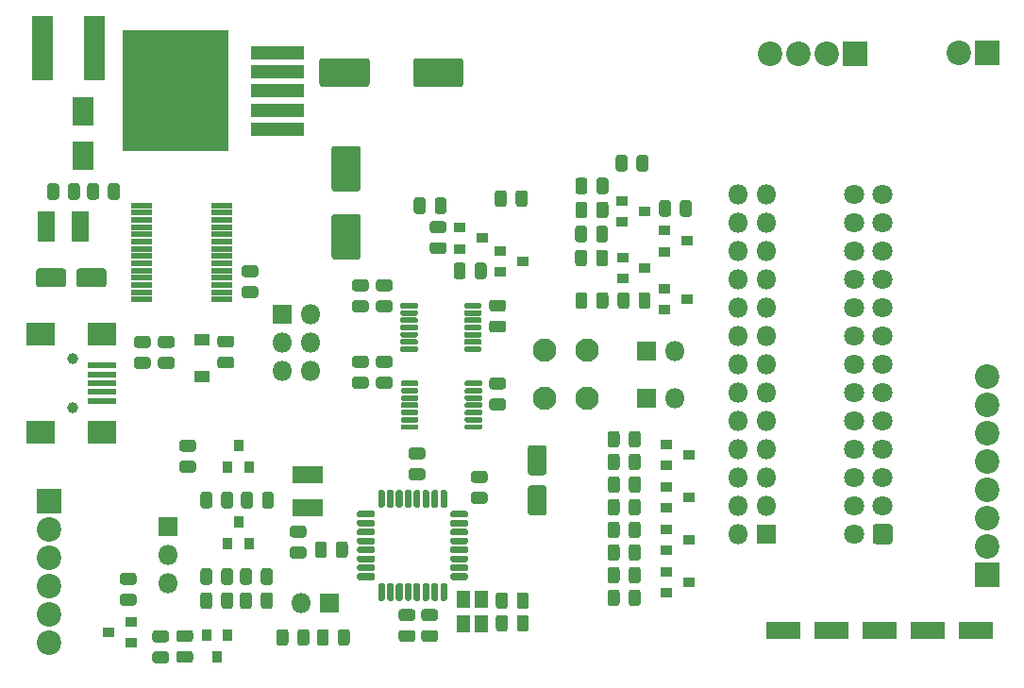
<source format=gbr>
%TF.GenerationSoftware,KiCad,Pcbnew,(5.1.6)-1*%
%TF.CreationDate,2021-03-15T19:33:02-07:00*%
%TF.ProjectId,DJetECUTester,444a6574-4543-4555-9465-737465722e6b,rev?*%
%TF.SameCoordinates,Original*%
%TF.FileFunction,Soldermask,Top*%
%TF.FilePolarity,Negative*%
%FSLAX46Y46*%
G04 Gerber Fmt 4.6, Leading zero omitted, Abs format (unit mm)*
G04 Created by KiCad (PCBNEW (5.1.6)-1) date 2021-03-15 19:33:02*
%MOMM*%
%LPD*%
G01*
G04 APERTURE LIST*
%ADD10C,1.800000*%
%ADD11R,3.100000X1.600000*%
%ADD12C,2.200000*%
%ADD13R,2.200000X2.200000*%
%ADD14R,1.300000X1.500000*%
%ADD15R,0.900000X1.000000*%
%ADD16R,1.000000X0.900000*%
%ADD17C,2.100000*%
%ADD18R,2.700000X1.600000*%
%ADD19R,1.900000X2.600000*%
%ADD20R,1.600000X2.700000*%
%ADD21R,1.320000X1.010000*%
%ADD22R,1.800000X1.800000*%
%ADD23O,1.800000X1.800000*%
%ADD24R,2.600000X2.100000*%
%ADD25R,2.600000X0.600000*%
%ADD26C,1.000000*%
%ADD27R,1.900000X5.800000*%
%ADD28R,4.700000X1.200000*%
%ADD29R,9.500000X10.900000*%
%ADD30R,1.850000X0.550000*%
G04 APERTURE END LIST*
%TO.C,J2*%
G36*
G01*
X254011000Y-113410706D02*
X254011000Y-114681294D01*
G75*
G02*
X253746294Y-114946000I-264706J0D01*
G01*
X252475706Y-114946000D01*
G75*
G02*
X252211000Y-114681294I0J264706D01*
G01*
X252211000Y-113410706D01*
G75*
G02*
X252475706Y-113146000I264706J0D01*
G01*
X253746294Y-113146000D01*
G75*
G02*
X254011000Y-113410706I0J-264706D01*
G01*
G37*
D10*
X253111000Y-111506000D03*
X253111000Y-108966000D03*
X253111000Y-106426000D03*
X253111000Y-103886000D03*
X253111000Y-101346000D03*
X253111000Y-98806000D03*
X253111000Y-96266000D03*
X253111000Y-93726000D03*
X253111000Y-91186000D03*
X253111000Y-88646000D03*
X253111000Y-86106000D03*
X253111000Y-83566000D03*
X250571000Y-114046000D03*
X250571000Y-111506000D03*
X250571000Y-108966000D03*
X250571000Y-106426000D03*
X250571000Y-103886000D03*
X250571000Y-101346000D03*
X250571000Y-98806000D03*
X250571000Y-96266000D03*
X250571000Y-93726000D03*
X250571000Y-91186000D03*
X250571000Y-88646000D03*
X250571000Y-86106000D03*
X250571000Y-83566000D03*
%TD*%
D11*
%TO.C,TP8*%
X257175000Y-122682000D03*
%TD*%
D12*
%TO.C,J6*%
X243045000Y-70993000D03*
X245585000Y-70993000D03*
X248125000Y-70993000D03*
D13*
X250665000Y-70993000D03*
%TD*%
D12*
%TO.C,J8*%
X262500000Y-99949000D03*
X262500000Y-102489000D03*
X262500000Y-105029000D03*
X262500000Y-107569000D03*
X262500000Y-110109000D03*
X262500000Y-112649000D03*
X262500000Y-115189000D03*
D13*
X262500000Y-117729000D03*
%TD*%
D14*
%TO.C,Y1*%
X217119000Y-119888000D03*
X217119000Y-122088000D03*
X215519000Y-119888000D03*
X215519000Y-122088000D03*
%TD*%
%TO.C,R37*%
G36*
G01*
X190272750Y-107461000D02*
X191235250Y-107461000D01*
G75*
G02*
X191504000Y-107729750I0J-268750D01*
G01*
X191504000Y-108267250D01*
G75*
G02*
X191235250Y-108536000I-268750J0D01*
G01*
X190272750Y-108536000D01*
G75*
G02*
X190004000Y-108267250I0J268750D01*
G01*
X190004000Y-107729750D01*
G75*
G02*
X190272750Y-107461000I268750J0D01*
G01*
G37*
G36*
G01*
X190272750Y-105586000D02*
X191235250Y-105586000D01*
G75*
G02*
X191504000Y-105854750I0J-268750D01*
G01*
X191504000Y-106392250D01*
G75*
G02*
X191235250Y-106661000I-268750J0D01*
G01*
X190272750Y-106661000D01*
G75*
G02*
X190004000Y-106392250I0J268750D01*
G01*
X190004000Y-105854750D01*
G75*
G02*
X190272750Y-105586000I268750J0D01*
G01*
G37*
%TD*%
%TO.C,R36*%
G36*
G01*
X185901250Y-118599000D02*
X184938750Y-118599000D01*
G75*
G02*
X184670000Y-118330250I0J268750D01*
G01*
X184670000Y-117792750D01*
G75*
G02*
X184938750Y-117524000I268750J0D01*
G01*
X185901250Y-117524000D01*
G75*
G02*
X186170000Y-117792750I0J-268750D01*
G01*
X186170000Y-118330250D01*
G75*
G02*
X185901250Y-118599000I-268750J0D01*
G01*
G37*
G36*
G01*
X185901250Y-120474000D02*
X184938750Y-120474000D01*
G75*
G02*
X184670000Y-120205250I0J268750D01*
G01*
X184670000Y-119667750D01*
G75*
G02*
X184938750Y-119399000I268750J0D01*
G01*
X185901250Y-119399000D01*
G75*
G02*
X186170000Y-119667750I0J-268750D01*
G01*
X186170000Y-120205250D01*
G75*
G02*
X185901250Y-120474000I-268750J0D01*
G01*
G37*
%TD*%
%TO.C,R32*%
G36*
G01*
X193772500Y-111479250D02*
X193772500Y-110516750D01*
G75*
G02*
X194041250Y-110248000I268750J0D01*
G01*
X194578750Y-110248000D01*
G75*
G02*
X194847500Y-110516750I0J-268750D01*
G01*
X194847500Y-111479250D01*
G75*
G02*
X194578750Y-111748000I-268750J0D01*
G01*
X194041250Y-111748000D01*
G75*
G02*
X193772500Y-111479250I0J268750D01*
G01*
G37*
G36*
G01*
X191897500Y-111479250D02*
X191897500Y-110516750D01*
G75*
G02*
X192166250Y-110248000I268750J0D01*
G01*
X192703750Y-110248000D01*
G75*
G02*
X192972500Y-110516750I0J-268750D01*
G01*
X192972500Y-111479250D01*
G75*
G02*
X192703750Y-111748000I-268750J0D01*
G01*
X192166250Y-111748000D01*
G75*
G02*
X191897500Y-111479250I0J268750D01*
G01*
G37*
%TD*%
%TO.C,R31*%
G36*
G01*
X187859750Y-124557500D02*
X188822250Y-124557500D01*
G75*
G02*
X189091000Y-124826250I0J-268750D01*
G01*
X189091000Y-125363750D01*
G75*
G02*
X188822250Y-125632500I-268750J0D01*
G01*
X187859750Y-125632500D01*
G75*
G02*
X187591000Y-125363750I0J268750D01*
G01*
X187591000Y-124826250D01*
G75*
G02*
X187859750Y-124557500I268750J0D01*
G01*
G37*
G36*
G01*
X187859750Y-122682500D02*
X188822250Y-122682500D01*
G75*
G02*
X189091000Y-122951250I0J-268750D01*
G01*
X189091000Y-123488750D01*
G75*
G02*
X188822250Y-123757500I-268750J0D01*
G01*
X187859750Y-123757500D01*
G75*
G02*
X187591000Y-123488750I0J268750D01*
G01*
X187591000Y-122951250D01*
G75*
G02*
X187859750Y-122682500I268750J0D01*
G01*
G37*
%TD*%
%TO.C,R30*%
G36*
G01*
X196625500Y-110516750D02*
X196625500Y-111479250D01*
G75*
G02*
X196356750Y-111748000I-268750J0D01*
G01*
X195819250Y-111748000D01*
G75*
G02*
X195550500Y-111479250I0J268750D01*
G01*
X195550500Y-110516750D01*
G75*
G02*
X195819250Y-110248000I268750J0D01*
G01*
X196356750Y-110248000D01*
G75*
G02*
X196625500Y-110516750I0J-268750D01*
G01*
G37*
G36*
G01*
X198500500Y-110516750D02*
X198500500Y-111479250D01*
G75*
G02*
X198231750Y-111748000I-268750J0D01*
G01*
X197694250Y-111748000D01*
G75*
G02*
X197425500Y-111479250I0J268750D01*
G01*
X197425500Y-110516750D01*
G75*
G02*
X197694250Y-110248000I268750J0D01*
G01*
X198231750Y-110248000D01*
G75*
G02*
X198500500Y-110516750I0J-268750D01*
G01*
G37*
%TD*%
%TO.C,R29*%
G36*
G01*
X190018750Y-124527500D02*
X190981250Y-124527500D01*
G75*
G02*
X191250000Y-124796250I0J-268750D01*
G01*
X191250000Y-125333750D01*
G75*
G02*
X190981250Y-125602500I-268750J0D01*
G01*
X190018750Y-125602500D01*
G75*
G02*
X189750000Y-125333750I0J268750D01*
G01*
X189750000Y-124796250D01*
G75*
G02*
X190018750Y-124527500I268750J0D01*
G01*
G37*
G36*
G01*
X190018750Y-122652500D02*
X190981250Y-122652500D01*
G75*
G02*
X191250000Y-122921250I0J-268750D01*
G01*
X191250000Y-123458750D01*
G75*
G02*
X190981250Y-123727500I-268750J0D01*
G01*
X190018750Y-123727500D01*
G75*
G02*
X189750000Y-123458750I0J268750D01*
G01*
X189750000Y-122921250D01*
G75*
G02*
X190018750Y-122652500I268750J0D01*
G01*
G37*
%TD*%
D15*
%TO.C,Q14*%
X195326000Y-106061000D03*
X196276000Y-108061000D03*
X194376000Y-108061000D03*
%TD*%
D16*
%TO.C,Q13*%
X183674000Y-122870000D03*
X185674000Y-121920000D03*
X185674000Y-123820000D03*
%TD*%
D13*
%TO.C,J7*%
X178308000Y-111125000D03*
D12*
X178308000Y-113665000D03*
X178308000Y-116205000D03*
X178308000Y-118745000D03*
X178308000Y-121285000D03*
X178308000Y-123825000D03*
%TD*%
D17*
%TO.C,TP4*%
X222758000Y-97536000D03*
%TD*%
%TO.C,TP3*%
X226568000Y-97536000D03*
%TD*%
%TO.C,TP2*%
X222758000Y-101854000D03*
%TD*%
%TO.C,TP1*%
X226568000Y-101854000D03*
%TD*%
%TO.C,C1*%
G36*
G01*
X222707375Y-108770000D02*
X221538625Y-108770000D01*
G75*
G02*
X221273000Y-108504375I0J265625D01*
G01*
X221273000Y-106335625D01*
G75*
G02*
X221538625Y-106070000I265625J0D01*
G01*
X222707375Y-106070000D01*
G75*
G02*
X222973000Y-106335625I0J-265625D01*
G01*
X222973000Y-108504375D01*
G75*
G02*
X222707375Y-108770000I-265625J0D01*
G01*
G37*
G36*
G01*
X222707375Y-112370000D02*
X221538625Y-112370000D01*
G75*
G02*
X221273000Y-112104375I0J265625D01*
G01*
X221273000Y-109935625D01*
G75*
G02*
X221538625Y-109670000I265625J0D01*
G01*
X222707375Y-109670000D01*
G75*
G02*
X222973000Y-109935625I0J-265625D01*
G01*
X222973000Y-112104375D01*
G75*
G02*
X222707375Y-112370000I-265625J0D01*
G01*
G37*
%TD*%
%TO.C,C2*%
G36*
G01*
X211809250Y-109219500D02*
X210846750Y-109219500D01*
G75*
G02*
X210578000Y-108950750I0J268750D01*
G01*
X210578000Y-108413250D01*
G75*
G02*
X210846750Y-108144500I268750J0D01*
G01*
X211809250Y-108144500D01*
G75*
G02*
X212078000Y-108413250I0J-268750D01*
G01*
X212078000Y-108950750D01*
G75*
G02*
X211809250Y-109219500I-268750J0D01*
G01*
G37*
G36*
G01*
X211809250Y-107344500D02*
X210846750Y-107344500D01*
G75*
G02*
X210578000Y-107075750I0J268750D01*
G01*
X210578000Y-106538250D01*
G75*
G02*
X210846750Y-106269500I268750J0D01*
G01*
X211809250Y-106269500D01*
G75*
G02*
X212078000Y-106538250I0J-268750D01*
G01*
X212078000Y-107075750D01*
G75*
G02*
X211809250Y-107344500I-268750J0D01*
G01*
G37*
%TD*%
%TO.C,C3*%
G36*
G01*
X211989750Y-122652500D02*
X212952250Y-122652500D01*
G75*
G02*
X213221000Y-122921250I0J-268750D01*
G01*
X213221000Y-123458750D01*
G75*
G02*
X212952250Y-123727500I-268750J0D01*
G01*
X211989750Y-123727500D01*
G75*
G02*
X211721000Y-123458750I0J268750D01*
G01*
X211721000Y-122921250D01*
G75*
G02*
X211989750Y-122652500I268750J0D01*
G01*
G37*
G36*
G01*
X211989750Y-120777500D02*
X212952250Y-120777500D01*
G75*
G02*
X213221000Y-121046250I0J-268750D01*
G01*
X213221000Y-121583750D01*
G75*
G02*
X212952250Y-121852500I-268750J0D01*
G01*
X211989750Y-121852500D01*
G75*
G02*
X211721000Y-121583750I0J268750D01*
G01*
X211721000Y-121046250D01*
G75*
G02*
X211989750Y-120777500I268750J0D01*
G01*
G37*
%TD*%
%TO.C,C4*%
G36*
G01*
X218410500Y-120496250D02*
X218410500Y-119533750D01*
G75*
G02*
X218679250Y-119265000I268750J0D01*
G01*
X219216750Y-119265000D01*
G75*
G02*
X219485500Y-119533750I0J-268750D01*
G01*
X219485500Y-120496250D01*
G75*
G02*
X219216750Y-120765000I-268750J0D01*
G01*
X218679250Y-120765000D01*
G75*
G02*
X218410500Y-120496250I0J268750D01*
G01*
G37*
G36*
G01*
X220285500Y-120496250D02*
X220285500Y-119533750D01*
G75*
G02*
X220554250Y-119265000I268750J0D01*
G01*
X221091750Y-119265000D01*
G75*
G02*
X221360500Y-119533750I0J-268750D01*
G01*
X221360500Y-120496250D01*
G75*
G02*
X221091750Y-120765000I-268750J0D01*
G01*
X220554250Y-120765000D01*
G75*
G02*
X220285500Y-120496250I0J268750D01*
G01*
G37*
%TD*%
%TO.C,C5*%
G36*
G01*
X221360500Y-121565750D02*
X221360500Y-122528250D01*
G75*
G02*
X221091750Y-122797000I-268750J0D01*
G01*
X220554250Y-122797000D01*
G75*
G02*
X220285500Y-122528250I0J268750D01*
G01*
X220285500Y-121565750D01*
G75*
G02*
X220554250Y-121297000I268750J0D01*
G01*
X221091750Y-121297000D01*
G75*
G02*
X221360500Y-121565750I0J-268750D01*
G01*
G37*
G36*
G01*
X219485500Y-121565750D02*
X219485500Y-122528250D01*
G75*
G02*
X219216750Y-122797000I-268750J0D01*
G01*
X218679250Y-122797000D01*
G75*
G02*
X218410500Y-122528250I0J268750D01*
G01*
X218410500Y-121565750D01*
G75*
G02*
X218679250Y-121297000I268750J0D01*
G01*
X219216750Y-121297000D01*
G75*
G02*
X219485500Y-121565750I0J-268750D01*
G01*
G37*
%TD*%
%TO.C,C6*%
G36*
G01*
X209957750Y-122652500D02*
X210920250Y-122652500D01*
G75*
G02*
X211189000Y-122921250I0J-268750D01*
G01*
X211189000Y-123458750D01*
G75*
G02*
X210920250Y-123727500I-268750J0D01*
G01*
X209957750Y-123727500D01*
G75*
G02*
X209689000Y-123458750I0J268750D01*
G01*
X209689000Y-122921250D01*
G75*
G02*
X209957750Y-122652500I268750J0D01*
G01*
G37*
G36*
G01*
X209957750Y-120777500D02*
X210920250Y-120777500D01*
G75*
G02*
X211189000Y-121046250I0J-268750D01*
G01*
X211189000Y-121583750D01*
G75*
G02*
X210920250Y-121852500I-268750J0D01*
G01*
X209957750Y-121852500D01*
G75*
G02*
X209689000Y-121583750I0J268750D01*
G01*
X209689000Y-121046250D01*
G75*
G02*
X209957750Y-120777500I268750J0D01*
G01*
G37*
%TD*%
%TO.C,C7*%
G36*
G01*
X194664250Y-97311500D02*
X193701750Y-97311500D01*
G75*
G02*
X193433000Y-97042750I0J268750D01*
G01*
X193433000Y-96505250D01*
G75*
G02*
X193701750Y-96236500I268750J0D01*
G01*
X194664250Y-96236500D01*
G75*
G02*
X194933000Y-96505250I0J-268750D01*
G01*
X194933000Y-97042750D01*
G75*
G02*
X194664250Y-97311500I-268750J0D01*
G01*
G37*
G36*
G01*
X194664250Y-99186500D02*
X193701750Y-99186500D01*
G75*
G02*
X193433000Y-98917750I0J268750D01*
G01*
X193433000Y-98380250D01*
G75*
G02*
X193701750Y-98111500I268750J0D01*
G01*
X194664250Y-98111500D01*
G75*
G02*
X194933000Y-98380250I0J-268750D01*
G01*
X194933000Y-98917750D01*
G75*
G02*
X194664250Y-99186500I-268750J0D01*
G01*
G37*
%TD*%
%TO.C,C8*%
G36*
G01*
X215483000Y-71604000D02*
X215483000Y-73684000D01*
G75*
G02*
X215223000Y-73944000I-260000J0D01*
G01*
X211243000Y-73944000D01*
G75*
G02*
X210983000Y-73684000I0J260000D01*
G01*
X210983000Y-71604000D01*
G75*
G02*
X211243000Y-71344000I260000J0D01*
G01*
X215223000Y-71344000D01*
G75*
G02*
X215483000Y-71604000I0J-260000D01*
G01*
G37*
G36*
G01*
X207083000Y-71604000D02*
X207083000Y-73684000D01*
G75*
G02*
X206823000Y-73944000I-260000J0D01*
G01*
X202843000Y-73944000D01*
G75*
G02*
X202583000Y-73684000I0J260000D01*
G01*
X202583000Y-71604000D01*
G75*
G02*
X202843000Y-71344000I260000J0D01*
G01*
X206823000Y-71344000D01*
G75*
G02*
X207083000Y-71604000I0J-260000D01*
G01*
G37*
%TD*%
%TO.C,C9*%
G36*
G01*
X184687500Y-82830750D02*
X184687500Y-83793250D01*
G75*
G02*
X184418750Y-84062000I-268750J0D01*
G01*
X183881250Y-84062000D01*
G75*
G02*
X183612500Y-83793250I0J268750D01*
G01*
X183612500Y-82830750D01*
G75*
G02*
X183881250Y-82562000I268750J0D01*
G01*
X184418750Y-82562000D01*
G75*
G02*
X184687500Y-82830750I0J-268750D01*
G01*
G37*
G36*
G01*
X182812500Y-82830750D02*
X182812500Y-83793250D01*
G75*
G02*
X182543750Y-84062000I-268750J0D01*
G01*
X182006250Y-84062000D01*
G75*
G02*
X181737500Y-83793250I0J268750D01*
G01*
X181737500Y-82830750D01*
G75*
G02*
X182006250Y-82562000I268750J0D01*
G01*
X182543750Y-82562000D01*
G75*
G02*
X182812500Y-82830750I0J-268750D01*
G01*
G37*
%TD*%
%TO.C,C10*%
G36*
G01*
X203938000Y-79226000D02*
X206018000Y-79226000D01*
G75*
G02*
X206278000Y-79486000I0J-260000D01*
G01*
X206278000Y-83066000D01*
G75*
G02*
X206018000Y-83326000I-260000J0D01*
G01*
X203938000Y-83326000D01*
G75*
G02*
X203678000Y-83066000I0J260000D01*
G01*
X203678000Y-79486000D01*
G75*
G02*
X203938000Y-79226000I260000J0D01*
G01*
G37*
G36*
G01*
X203938000Y-85326000D02*
X206018000Y-85326000D01*
G75*
G02*
X206278000Y-85586000I0J-260000D01*
G01*
X206278000Y-89166000D01*
G75*
G02*
X206018000Y-89426000I-260000J0D01*
G01*
X203938000Y-89426000D01*
G75*
G02*
X203678000Y-89166000I0J260000D01*
G01*
X203678000Y-85586000D01*
G75*
G02*
X203938000Y-85326000I260000J0D01*
G01*
G37*
%TD*%
%TO.C,C11*%
G36*
G01*
X195860750Y-91791500D02*
X196823250Y-91791500D01*
G75*
G02*
X197092000Y-92060250I0J-268750D01*
G01*
X197092000Y-92597750D01*
G75*
G02*
X196823250Y-92866500I-268750J0D01*
G01*
X195860750Y-92866500D01*
G75*
G02*
X195592000Y-92597750I0J268750D01*
G01*
X195592000Y-92060250D01*
G75*
G02*
X195860750Y-91791500I268750J0D01*
G01*
G37*
G36*
G01*
X195860750Y-89916500D02*
X196823250Y-89916500D01*
G75*
G02*
X197092000Y-90185250I0J-268750D01*
G01*
X197092000Y-90722750D01*
G75*
G02*
X196823250Y-90991500I-268750J0D01*
G01*
X195860750Y-90991500D01*
G75*
G02*
X195592000Y-90722750I0J268750D01*
G01*
X195592000Y-90185250D01*
G75*
G02*
X195860750Y-89916500I268750J0D01*
G01*
G37*
%TD*%
%TO.C,C12*%
G36*
G01*
X183468000Y-90474625D02*
X183468000Y-91643375D01*
G75*
G02*
X183202375Y-91909000I-265625J0D01*
G01*
X181033625Y-91909000D01*
G75*
G02*
X180768000Y-91643375I0J265625D01*
G01*
X180768000Y-90474625D01*
G75*
G02*
X181033625Y-90209000I265625J0D01*
G01*
X183202375Y-90209000D01*
G75*
G02*
X183468000Y-90474625I0J-265625D01*
G01*
G37*
G36*
G01*
X179868000Y-90474625D02*
X179868000Y-91643375D01*
G75*
G02*
X179602375Y-91909000I-265625J0D01*
G01*
X177433625Y-91909000D01*
G75*
G02*
X177168000Y-91643375I0J265625D01*
G01*
X177168000Y-90474625D01*
G75*
G02*
X177433625Y-90209000I265625J0D01*
G01*
X179602375Y-90209000D01*
G75*
G02*
X179868000Y-90474625I0J-265625D01*
G01*
G37*
%TD*%
%TO.C,C13*%
G36*
G01*
X188367750Y-96266500D02*
X189330250Y-96266500D01*
G75*
G02*
X189599000Y-96535250I0J-268750D01*
G01*
X189599000Y-97072750D01*
G75*
G02*
X189330250Y-97341500I-268750J0D01*
G01*
X188367750Y-97341500D01*
G75*
G02*
X188099000Y-97072750I0J268750D01*
G01*
X188099000Y-96535250D01*
G75*
G02*
X188367750Y-96266500I268750J0D01*
G01*
G37*
G36*
G01*
X188367750Y-98141500D02*
X189330250Y-98141500D01*
G75*
G02*
X189599000Y-98410250I0J-268750D01*
G01*
X189599000Y-98947750D01*
G75*
G02*
X189330250Y-99216500I-268750J0D01*
G01*
X188367750Y-99216500D01*
G75*
G02*
X188099000Y-98947750I0J268750D01*
G01*
X188099000Y-98410250D01*
G75*
G02*
X188367750Y-98141500I268750J0D01*
G01*
G37*
%TD*%
D18*
%TO.C,D1*%
X201549000Y-111712000D03*
X201549000Y-108712000D03*
%TD*%
D19*
%TO.C,D2*%
X181356000Y-76105000D03*
X181356000Y-80105000D03*
%TD*%
D20*
%TO.C,D3*%
X181102000Y-86487000D03*
X178102000Y-86487000D03*
%TD*%
D21*
%TO.C,D4*%
X192024000Y-99917000D03*
X192024000Y-96647000D03*
%TD*%
%TO.C,FB1*%
G36*
G01*
X187171250Y-99216500D02*
X186208750Y-99216500D01*
G75*
G02*
X185940000Y-98947750I0J268750D01*
G01*
X185940000Y-98410250D01*
G75*
G02*
X186208750Y-98141500I268750J0D01*
G01*
X187171250Y-98141500D01*
G75*
G02*
X187440000Y-98410250I0J-268750D01*
G01*
X187440000Y-98947750D01*
G75*
G02*
X187171250Y-99216500I-268750J0D01*
G01*
G37*
G36*
G01*
X187171250Y-97341500D02*
X186208750Y-97341500D01*
G75*
G02*
X185940000Y-97072750I0J268750D01*
G01*
X185940000Y-96535250D01*
G75*
G02*
X186208750Y-96266500I268750J0D01*
G01*
X187171250Y-96266500D01*
G75*
G02*
X187440000Y-96535250I0J-268750D01*
G01*
X187440000Y-97072750D01*
G75*
G02*
X187171250Y-97341500I-268750J0D01*
G01*
G37*
%TD*%
D22*
%TO.C,J1*%
X199263000Y-94361000D03*
D23*
X201803000Y-94361000D03*
X199263000Y-96901000D03*
X201803000Y-96901000D03*
X199263000Y-99441000D03*
X201803000Y-99441000D03*
%TD*%
D24*
%TO.C,J3*%
X177546000Y-96102000D03*
X177546000Y-104902000D03*
X183046000Y-96102000D03*
X183046000Y-104902000D03*
D25*
X183046000Y-98902000D03*
X183046000Y-99702000D03*
X183046000Y-100502000D03*
X183046000Y-101302000D03*
X183046000Y-102102000D03*
D26*
X180446000Y-98302000D03*
X180446000Y-102702000D03*
%TD*%
D22*
%TO.C,J4*%
X242697000Y-114046000D03*
D23*
X240157000Y-114046000D03*
X242697000Y-111506000D03*
X240157000Y-111506000D03*
X242697000Y-108966000D03*
X240157000Y-108966000D03*
X242697000Y-106426000D03*
X240157000Y-106426000D03*
X242697000Y-103886000D03*
X240157000Y-103886000D03*
X242697000Y-101346000D03*
X240157000Y-101346000D03*
X242697000Y-98806000D03*
X240157000Y-98806000D03*
X242697000Y-96266000D03*
X240157000Y-96266000D03*
X242697000Y-93726000D03*
X240157000Y-93726000D03*
X242697000Y-91186000D03*
X240157000Y-91186000D03*
X242697000Y-88646000D03*
X240157000Y-88646000D03*
X242697000Y-86106000D03*
X240157000Y-86106000D03*
X242697000Y-83566000D03*
X240157000Y-83566000D03*
%TD*%
D13*
%TO.C,J5*%
X262509000Y-70866000D03*
D12*
X259969000Y-70866000D03*
%TD*%
D22*
%TO.C,JP1*%
X203454000Y-120269000D03*
D23*
X200914000Y-120269000D03*
%TD*%
D22*
%TO.C,JP2*%
X231902000Y-101854000D03*
D23*
X234442000Y-101854000D03*
%TD*%
%TO.C,JP3*%
X234442000Y-97663000D03*
D22*
X231902000Y-97663000D03*
%TD*%
%TO.C,JP4*%
X188976000Y-113411000D03*
D23*
X188976000Y-115951000D03*
X188976000Y-118491000D03*
%TD*%
D27*
%TO.C,L1*%
X182372000Y-70485000D03*
X177772000Y-70485000D03*
%TD*%
D16*
%TO.C,Q1*%
X233696000Y-109794000D03*
X233696000Y-111694000D03*
X235696000Y-110744000D03*
%TD*%
%TO.C,Q2*%
X233696000Y-117414000D03*
X233696000Y-119314000D03*
X235696000Y-118364000D03*
%TD*%
%TO.C,Q3*%
X233696000Y-113604000D03*
X233696000Y-115504000D03*
X235696000Y-114554000D03*
%TD*%
%TO.C,Q4*%
X235696000Y-106934000D03*
X233696000Y-107884000D03*
X233696000Y-105984000D03*
%TD*%
%TO.C,Q5*%
X233569000Y-86807000D03*
X233569000Y-88707000D03*
X235569000Y-87757000D03*
%TD*%
%TO.C,Q6*%
X231759000Y-85090000D03*
X229759000Y-86040000D03*
X229759000Y-84140000D03*
%TD*%
%TO.C,Q7*%
X229775000Y-89220000D03*
X229775000Y-91120000D03*
X231775000Y-90170000D03*
%TD*%
%TO.C,Q8*%
X233569000Y-92014000D03*
X233569000Y-93914000D03*
X235569000Y-92964000D03*
%TD*%
D15*
%TO.C,Q9*%
X193421000Y-125095000D03*
X192471000Y-123095000D03*
X194371000Y-123095000D03*
%TD*%
%TO.C,Q10*%
X195326000Y-112919000D03*
X196276000Y-114919000D03*
X194376000Y-114919000D03*
%TD*%
%TO.C,R1*%
G36*
G01*
X202184500Y-115924250D02*
X202184500Y-114961750D01*
G75*
G02*
X202453250Y-114693000I268750J0D01*
G01*
X202990750Y-114693000D01*
G75*
G02*
X203259500Y-114961750I0J-268750D01*
G01*
X203259500Y-115924250D01*
G75*
G02*
X202990750Y-116193000I-268750J0D01*
G01*
X202453250Y-116193000D01*
G75*
G02*
X202184500Y-115924250I0J268750D01*
G01*
G37*
G36*
G01*
X204059500Y-115924250D02*
X204059500Y-114961750D01*
G75*
G02*
X204328250Y-114693000I268750J0D01*
G01*
X204865750Y-114693000D01*
G75*
G02*
X205134500Y-114961750I0J-268750D01*
G01*
X205134500Y-115924250D01*
G75*
G02*
X204865750Y-116193000I-268750J0D01*
G01*
X204328250Y-116193000D01*
G75*
G02*
X204059500Y-115924250I0J268750D01*
G01*
G37*
%TD*%
%TO.C,R2*%
G36*
G01*
X216434750Y-110255000D02*
X217397250Y-110255000D01*
G75*
G02*
X217666000Y-110523750I0J-268750D01*
G01*
X217666000Y-111061250D01*
G75*
G02*
X217397250Y-111330000I-268750J0D01*
G01*
X216434750Y-111330000D01*
G75*
G02*
X216166000Y-111061250I0J268750D01*
G01*
X216166000Y-110523750D01*
G75*
G02*
X216434750Y-110255000I268750J0D01*
G01*
G37*
G36*
G01*
X216434750Y-108380000D02*
X217397250Y-108380000D01*
G75*
G02*
X217666000Y-108648750I0J-268750D01*
G01*
X217666000Y-109186250D01*
G75*
G02*
X217397250Y-109455000I-268750J0D01*
G01*
X216434750Y-109455000D01*
G75*
G02*
X216166000Y-109186250I0J268750D01*
G01*
X216166000Y-108648750D01*
G75*
G02*
X216434750Y-108380000I268750J0D01*
G01*
G37*
%TD*%
%TO.C,R3*%
G36*
G01*
X203435000Y-122835750D02*
X203435000Y-123798250D01*
G75*
G02*
X203166250Y-124067000I-268750J0D01*
G01*
X202628750Y-124067000D01*
G75*
G02*
X202360000Y-123798250I0J268750D01*
G01*
X202360000Y-122835750D01*
G75*
G02*
X202628750Y-122567000I268750J0D01*
G01*
X203166250Y-122567000D01*
G75*
G02*
X203435000Y-122835750I0J-268750D01*
G01*
G37*
G36*
G01*
X205310000Y-122835750D02*
X205310000Y-123798250D01*
G75*
G02*
X205041250Y-124067000I-268750J0D01*
G01*
X204503750Y-124067000D01*
G75*
G02*
X204235000Y-123798250I0J268750D01*
G01*
X204235000Y-122835750D01*
G75*
G02*
X204503750Y-122567000I268750J0D01*
G01*
X205041250Y-122567000D01*
G75*
G02*
X205310000Y-122835750I0J-268750D01*
G01*
G37*
%TD*%
%TO.C,R4*%
G36*
G01*
X201675500Y-122835750D02*
X201675500Y-123798250D01*
G75*
G02*
X201406750Y-124067000I-268750J0D01*
G01*
X200869250Y-124067000D01*
G75*
G02*
X200600500Y-123798250I0J268750D01*
G01*
X200600500Y-122835750D01*
G75*
G02*
X200869250Y-122567000I268750J0D01*
G01*
X201406750Y-122567000D01*
G75*
G02*
X201675500Y-122835750I0J-268750D01*
G01*
G37*
G36*
G01*
X199800500Y-122835750D02*
X199800500Y-123798250D01*
G75*
G02*
X199531750Y-124067000I-268750J0D01*
G01*
X198994250Y-124067000D01*
G75*
G02*
X198725500Y-123798250I0J268750D01*
G01*
X198725500Y-122835750D01*
G75*
G02*
X198994250Y-122567000I268750J0D01*
G01*
X199531750Y-122567000D01*
G75*
G02*
X199800500Y-122835750I0J-268750D01*
G01*
G37*
%TD*%
%TO.C,R5*%
G36*
G01*
X200178750Y-113284500D02*
X201141250Y-113284500D01*
G75*
G02*
X201410000Y-113553250I0J-268750D01*
G01*
X201410000Y-114090750D01*
G75*
G02*
X201141250Y-114359500I-268750J0D01*
G01*
X200178750Y-114359500D01*
G75*
G02*
X199910000Y-114090750I0J268750D01*
G01*
X199910000Y-113553250D01*
G75*
G02*
X200178750Y-113284500I268750J0D01*
G01*
G37*
G36*
G01*
X200178750Y-115159500D02*
X201141250Y-115159500D01*
G75*
G02*
X201410000Y-115428250I0J-268750D01*
G01*
X201410000Y-115965750D01*
G75*
G02*
X201141250Y-116234500I-268750J0D01*
G01*
X200178750Y-116234500D01*
G75*
G02*
X199910000Y-115965750I0J268750D01*
G01*
X199910000Y-115428250D01*
G75*
G02*
X200178750Y-115159500I268750J0D01*
G01*
G37*
%TD*%
%TO.C,R6*%
G36*
G01*
X179226500Y-82830750D02*
X179226500Y-83793250D01*
G75*
G02*
X178957750Y-84062000I-268750J0D01*
G01*
X178420250Y-84062000D01*
G75*
G02*
X178151500Y-83793250I0J268750D01*
G01*
X178151500Y-82830750D01*
G75*
G02*
X178420250Y-82562000I268750J0D01*
G01*
X178957750Y-82562000D01*
G75*
G02*
X179226500Y-82830750I0J-268750D01*
G01*
G37*
G36*
G01*
X181101500Y-82830750D02*
X181101500Y-83793250D01*
G75*
G02*
X180832750Y-84062000I-268750J0D01*
G01*
X180295250Y-84062000D01*
G75*
G02*
X180026500Y-83793250I0J268750D01*
G01*
X180026500Y-82830750D01*
G75*
G02*
X180295250Y-82562000I268750J0D01*
G01*
X180832750Y-82562000D01*
G75*
G02*
X181101500Y-82830750I0J-268750D01*
G01*
G37*
%TD*%
%TO.C,R7*%
G36*
G01*
X231423500Y-109119750D02*
X231423500Y-110082250D01*
G75*
G02*
X231154750Y-110351000I-268750J0D01*
G01*
X230617250Y-110351000D01*
G75*
G02*
X230348500Y-110082250I0J268750D01*
G01*
X230348500Y-109119750D01*
G75*
G02*
X230617250Y-108851000I268750J0D01*
G01*
X231154750Y-108851000D01*
G75*
G02*
X231423500Y-109119750I0J-268750D01*
G01*
G37*
G36*
G01*
X229548500Y-109119750D02*
X229548500Y-110082250D01*
G75*
G02*
X229279750Y-110351000I-268750J0D01*
G01*
X228742250Y-110351000D01*
G75*
G02*
X228473500Y-110082250I0J268750D01*
G01*
X228473500Y-109119750D01*
G75*
G02*
X228742250Y-108851000I268750J0D01*
G01*
X229279750Y-108851000D01*
G75*
G02*
X229548500Y-109119750I0J-268750D01*
G01*
G37*
%TD*%
%TO.C,R8*%
G36*
G01*
X231393500Y-117247750D02*
X231393500Y-118210250D01*
G75*
G02*
X231124750Y-118479000I-268750J0D01*
G01*
X230587250Y-118479000D01*
G75*
G02*
X230318500Y-118210250I0J268750D01*
G01*
X230318500Y-117247750D01*
G75*
G02*
X230587250Y-116979000I268750J0D01*
G01*
X231124750Y-116979000D01*
G75*
G02*
X231393500Y-117247750I0J-268750D01*
G01*
G37*
G36*
G01*
X229518500Y-117247750D02*
X229518500Y-118210250D01*
G75*
G02*
X229249750Y-118479000I-268750J0D01*
G01*
X228712250Y-118479000D01*
G75*
G02*
X228443500Y-118210250I0J268750D01*
G01*
X228443500Y-117247750D01*
G75*
G02*
X228712250Y-116979000I268750J0D01*
G01*
X229249750Y-116979000D01*
G75*
G02*
X229518500Y-117247750I0J-268750D01*
G01*
G37*
%TD*%
%TO.C,R9*%
G36*
G01*
X230318500Y-112114250D02*
X230318500Y-111151750D01*
G75*
G02*
X230587250Y-110883000I268750J0D01*
G01*
X231124750Y-110883000D01*
G75*
G02*
X231393500Y-111151750I0J-268750D01*
G01*
X231393500Y-112114250D01*
G75*
G02*
X231124750Y-112383000I-268750J0D01*
G01*
X230587250Y-112383000D01*
G75*
G02*
X230318500Y-112114250I0J268750D01*
G01*
G37*
G36*
G01*
X228443500Y-112114250D02*
X228443500Y-111151750D01*
G75*
G02*
X228712250Y-110883000I268750J0D01*
G01*
X229249750Y-110883000D01*
G75*
G02*
X229518500Y-111151750I0J-268750D01*
G01*
X229518500Y-112114250D01*
G75*
G02*
X229249750Y-112383000I-268750J0D01*
G01*
X228712250Y-112383000D01*
G75*
G02*
X228443500Y-112114250I0J268750D01*
G01*
G37*
%TD*%
%TO.C,R10*%
G36*
G01*
X231393500Y-119279750D02*
X231393500Y-120242250D01*
G75*
G02*
X231124750Y-120511000I-268750J0D01*
G01*
X230587250Y-120511000D01*
G75*
G02*
X230318500Y-120242250I0J268750D01*
G01*
X230318500Y-119279750D01*
G75*
G02*
X230587250Y-119011000I268750J0D01*
G01*
X231124750Y-119011000D01*
G75*
G02*
X231393500Y-119279750I0J-268750D01*
G01*
G37*
G36*
G01*
X229518500Y-119279750D02*
X229518500Y-120242250D01*
G75*
G02*
X229249750Y-120511000I-268750J0D01*
G01*
X228712250Y-120511000D01*
G75*
G02*
X228443500Y-120242250I0J268750D01*
G01*
X228443500Y-119279750D01*
G75*
G02*
X228712250Y-119011000I268750J0D01*
G01*
X229249750Y-119011000D01*
G75*
G02*
X229518500Y-119279750I0J-268750D01*
G01*
G37*
%TD*%
%TO.C,R11*%
G36*
G01*
X231393500Y-113183750D02*
X231393500Y-114146250D01*
G75*
G02*
X231124750Y-114415000I-268750J0D01*
G01*
X230587250Y-114415000D01*
G75*
G02*
X230318500Y-114146250I0J268750D01*
G01*
X230318500Y-113183750D01*
G75*
G02*
X230587250Y-112915000I268750J0D01*
G01*
X231124750Y-112915000D01*
G75*
G02*
X231393500Y-113183750I0J-268750D01*
G01*
G37*
G36*
G01*
X229518500Y-113183750D02*
X229518500Y-114146250D01*
G75*
G02*
X229249750Y-114415000I-268750J0D01*
G01*
X228712250Y-114415000D01*
G75*
G02*
X228443500Y-114146250I0J268750D01*
G01*
X228443500Y-113183750D01*
G75*
G02*
X228712250Y-112915000I268750J0D01*
G01*
X229249750Y-112915000D01*
G75*
G02*
X229518500Y-113183750I0J-268750D01*
G01*
G37*
%TD*%
%TO.C,R12*%
G36*
G01*
X231393500Y-105055750D02*
X231393500Y-106018250D01*
G75*
G02*
X231124750Y-106287000I-268750J0D01*
G01*
X230587250Y-106287000D01*
G75*
G02*
X230318500Y-106018250I0J268750D01*
G01*
X230318500Y-105055750D01*
G75*
G02*
X230587250Y-104787000I268750J0D01*
G01*
X231124750Y-104787000D01*
G75*
G02*
X231393500Y-105055750I0J-268750D01*
G01*
G37*
G36*
G01*
X229518500Y-105055750D02*
X229518500Y-106018250D01*
G75*
G02*
X229249750Y-106287000I-268750J0D01*
G01*
X228712250Y-106287000D01*
G75*
G02*
X228443500Y-106018250I0J268750D01*
G01*
X228443500Y-105055750D01*
G75*
G02*
X228712250Y-104787000I268750J0D01*
G01*
X229249750Y-104787000D01*
G75*
G02*
X229518500Y-105055750I0J-268750D01*
G01*
G37*
%TD*%
%TO.C,R13*%
G36*
G01*
X230318500Y-116178250D02*
X230318500Y-115215750D01*
G75*
G02*
X230587250Y-114947000I268750J0D01*
G01*
X231124750Y-114947000D01*
G75*
G02*
X231393500Y-115215750I0J-268750D01*
G01*
X231393500Y-116178250D01*
G75*
G02*
X231124750Y-116447000I-268750J0D01*
G01*
X230587250Y-116447000D01*
G75*
G02*
X230318500Y-116178250I0J268750D01*
G01*
G37*
G36*
G01*
X228443500Y-116178250D02*
X228443500Y-115215750D01*
G75*
G02*
X228712250Y-114947000I268750J0D01*
G01*
X229249750Y-114947000D01*
G75*
G02*
X229518500Y-115215750I0J-268750D01*
G01*
X229518500Y-116178250D01*
G75*
G02*
X229249750Y-116447000I-268750J0D01*
G01*
X228712250Y-116447000D01*
G75*
G02*
X228443500Y-116178250I0J268750D01*
G01*
G37*
%TD*%
%TO.C,R14*%
G36*
G01*
X230318500Y-108050250D02*
X230318500Y-107087750D01*
G75*
G02*
X230587250Y-106819000I268750J0D01*
G01*
X231124750Y-106819000D01*
G75*
G02*
X231393500Y-107087750I0J-268750D01*
G01*
X231393500Y-108050250D01*
G75*
G02*
X231124750Y-108319000I-268750J0D01*
G01*
X230587250Y-108319000D01*
G75*
G02*
X230318500Y-108050250I0J268750D01*
G01*
G37*
G36*
G01*
X228443500Y-108050250D02*
X228443500Y-107087750D01*
G75*
G02*
X228712250Y-106819000I268750J0D01*
G01*
X229249750Y-106819000D01*
G75*
G02*
X229518500Y-107087750I0J-268750D01*
G01*
X229518500Y-108050250D01*
G75*
G02*
X229249750Y-108319000I-268750J0D01*
G01*
X228712250Y-108319000D01*
G75*
G02*
X228443500Y-108050250I0J268750D01*
G01*
G37*
%TD*%
%TO.C,R15*%
G36*
G01*
X205766750Y-99919500D02*
X206729250Y-99919500D01*
G75*
G02*
X206998000Y-100188250I0J-268750D01*
G01*
X206998000Y-100725750D01*
G75*
G02*
X206729250Y-100994500I-268750J0D01*
G01*
X205766750Y-100994500D01*
G75*
G02*
X205498000Y-100725750I0J268750D01*
G01*
X205498000Y-100188250D01*
G75*
G02*
X205766750Y-99919500I268750J0D01*
G01*
G37*
G36*
G01*
X205766750Y-98044500D02*
X206729250Y-98044500D01*
G75*
G02*
X206998000Y-98313250I0J-268750D01*
G01*
X206998000Y-98850750D01*
G75*
G02*
X206729250Y-99119500I-268750J0D01*
G01*
X205766750Y-99119500D01*
G75*
G02*
X205498000Y-98850750I0J268750D01*
G01*
X205498000Y-98313250D01*
G75*
G02*
X205766750Y-98044500I268750J0D01*
G01*
G37*
%TD*%
%TO.C,R16*%
G36*
G01*
X205766750Y-91186500D02*
X206729250Y-91186500D01*
G75*
G02*
X206998000Y-91455250I0J-268750D01*
G01*
X206998000Y-91992750D01*
G75*
G02*
X206729250Y-92261500I-268750J0D01*
G01*
X205766750Y-92261500D01*
G75*
G02*
X205498000Y-91992750I0J268750D01*
G01*
X205498000Y-91455250D01*
G75*
G02*
X205766750Y-91186500I268750J0D01*
G01*
G37*
G36*
G01*
X205766750Y-93061500D02*
X206729250Y-93061500D01*
G75*
G02*
X206998000Y-93330250I0J-268750D01*
G01*
X206998000Y-93867750D01*
G75*
G02*
X206729250Y-94136500I-268750J0D01*
G01*
X205766750Y-94136500D01*
G75*
G02*
X205498000Y-93867750I0J268750D01*
G01*
X205498000Y-93330250D01*
G75*
G02*
X205766750Y-93061500I268750J0D01*
G01*
G37*
%TD*%
%TO.C,R17*%
G36*
G01*
X230232000Y-80290750D02*
X230232000Y-81253250D01*
G75*
G02*
X229963250Y-81522000I-268750J0D01*
G01*
X229425750Y-81522000D01*
G75*
G02*
X229157000Y-81253250I0J268750D01*
G01*
X229157000Y-80290750D01*
G75*
G02*
X229425750Y-80022000I268750J0D01*
G01*
X229963250Y-80022000D01*
G75*
G02*
X230232000Y-80290750I0J-268750D01*
G01*
G37*
G36*
G01*
X232107000Y-80290750D02*
X232107000Y-81253250D01*
G75*
G02*
X231838250Y-81522000I-268750J0D01*
G01*
X231300750Y-81522000D01*
G75*
G02*
X231032000Y-81253250I0J268750D01*
G01*
X231032000Y-80290750D01*
G75*
G02*
X231300750Y-80022000I268750J0D01*
G01*
X231838250Y-80022000D01*
G75*
G02*
X232107000Y-80290750I0J-268750D01*
G01*
G37*
%TD*%
%TO.C,R18*%
G36*
G01*
X227427500Y-83285250D02*
X227427500Y-82322750D01*
G75*
G02*
X227696250Y-82054000I268750J0D01*
G01*
X228233750Y-82054000D01*
G75*
G02*
X228502500Y-82322750I0J-268750D01*
G01*
X228502500Y-83285250D01*
G75*
G02*
X228233750Y-83554000I-268750J0D01*
G01*
X227696250Y-83554000D01*
G75*
G02*
X227427500Y-83285250I0J268750D01*
G01*
G37*
G36*
G01*
X225552500Y-83285250D02*
X225552500Y-82322750D01*
G75*
G02*
X225821250Y-82054000I268750J0D01*
G01*
X226358750Y-82054000D01*
G75*
G02*
X226627500Y-82322750I0J-268750D01*
G01*
X226627500Y-83285250D01*
G75*
G02*
X226358750Y-83554000I-268750J0D01*
G01*
X225821250Y-83554000D01*
G75*
G02*
X225552500Y-83285250I0J268750D01*
G01*
G37*
%TD*%
%TO.C,R19*%
G36*
G01*
X233045500Y-85317250D02*
X233045500Y-84354750D01*
G75*
G02*
X233314250Y-84086000I268750J0D01*
G01*
X233851750Y-84086000D01*
G75*
G02*
X234120500Y-84354750I0J-268750D01*
G01*
X234120500Y-85317250D01*
G75*
G02*
X233851750Y-85586000I-268750J0D01*
G01*
X233314250Y-85586000D01*
G75*
G02*
X233045500Y-85317250I0J268750D01*
G01*
G37*
G36*
G01*
X234920500Y-85317250D02*
X234920500Y-84354750D01*
G75*
G02*
X235189250Y-84086000I268750J0D01*
G01*
X235726750Y-84086000D01*
G75*
G02*
X235995500Y-84354750I0J-268750D01*
G01*
X235995500Y-85317250D01*
G75*
G02*
X235726750Y-85586000I-268750J0D01*
G01*
X235189250Y-85586000D01*
G75*
G02*
X234920500Y-85317250I0J268750D01*
G01*
G37*
%TD*%
%TO.C,R20*%
G36*
G01*
X227427500Y-85444250D02*
X227427500Y-84481750D01*
G75*
G02*
X227696250Y-84213000I268750J0D01*
G01*
X228233750Y-84213000D01*
G75*
G02*
X228502500Y-84481750I0J-268750D01*
G01*
X228502500Y-85444250D01*
G75*
G02*
X228233750Y-85713000I-268750J0D01*
G01*
X227696250Y-85713000D01*
G75*
G02*
X227427500Y-85444250I0J268750D01*
G01*
G37*
G36*
G01*
X225552500Y-85444250D02*
X225552500Y-84481750D01*
G75*
G02*
X225821250Y-84213000I268750J0D01*
G01*
X226358750Y-84213000D01*
G75*
G02*
X226627500Y-84481750I0J-268750D01*
G01*
X226627500Y-85444250D01*
G75*
G02*
X226358750Y-85713000I-268750J0D01*
G01*
X225821250Y-85713000D01*
G75*
G02*
X225552500Y-85444250I0J268750D01*
G01*
G37*
%TD*%
%TO.C,R21*%
G36*
G01*
X228472500Y-86640750D02*
X228472500Y-87603250D01*
G75*
G02*
X228203750Y-87872000I-268750J0D01*
G01*
X227666250Y-87872000D01*
G75*
G02*
X227397500Y-87603250I0J268750D01*
G01*
X227397500Y-86640750D01*
G75*
G02*
X227666250Y-86372000I268750J0D01*
G01*
X228203750Y-86372000D01*
G75*
G02*
X228472500Y-86640750I0J-268750D01*
G01*
G37*
G36*
G01*
X226597500Y-86640750D02*
X226597500Y-87603250D01*
G75*
G02*
X226328750Y-87872000I-268750J0D01*
G01*
X225791250Y-87872000D01*
G75*
G02*
X225522500Y-87603250I0J268750D01*
G01*
X225522500Y-86640750D01*
G75*
G02*
X225791250Y-86372000I268750J0D01*
G01*
X226328750Y-86372000D01*
G75*
G02*
X226597500Y-86640750I0J-268750D01*
G01*
G37*
%TD*%
%TO.C,R22*%
G36*
G01*
X230407500Y-92609750D02*
X230407500Y-93572250D01*
G75*
G02*
X230138750Y-93841000I-268750J0D01*
G01*
X229601250Y-93841000D01*
G75*
G02*
X229332500Y-93572250I0J268750D01*
G01*
X229332500Y-92609750D01*
G75*
G02*
X229601250Y-92341000I268750J0D01*
G01*
X230138750Y-92341000D01*
G75*
G02*
X230407500Y-92609750I0J-268750D01*
G01*
G37*
G36*
G01*
X232282500Y-92609750D02*
X232282500Y-93572250D01*
G75*
G02*
X232013750Y-93841000I-268750J0D01*
G01*
X231476250Y-93841000D01*
G75*
G02*
X231207500Y-93572250I0J268750D01*
G01*
X231207500Y-92609750D01*
G75*
G02*
X231476250Y-92341000I268750J0D01*
G01*
X232013750Y-92341000D01*
G75*
G02*
X232282500Y-92609750I0J-268750D01*
G01*
G37*
%TD*%
%TO.C,R23*%
G36*
G01*
X226597500Y-88799750D02*
X226597500Y-89762250D01*
G75*
G02*
X226328750Y-90031000I-268750J0D01*
G01*
X225791250Y-90031000D01*
G75*
G02*
X225522500Y-89762250I0J268750D01*
G01*
X225522500Y-88799750D01*
G75*
G02*
X225791250Y-88531000I268750J0D01*
G01*
X226328750Y-88531000D01*
G75*
G02*
X226597500Y-88799750I0J-268750D01*
G01*
G37*
G36*
G01*
X228472500Y-88799750D02*
X228472500Y-89762250D01*
G75*
G02*
X228203750Y-90031000I-268750J0D01*
G01*
X227666250Y-90031000D01*
G75*
G02*
X227397500Y-89762250I0J268750D01*
G01*
X227397500Y-88799750D01*
G75*
G02*
X227666250Y-88531000I268750J0D01*
G01*
X228203750Y-88531000D01*
G75*
G02*
X228472500Y-88799750I0J-268750D01*
G01*
G37*
%TD*%
%TO.C,R24*%
G36*
G01*
X226627500Y-92609750D02*
X226627500Y-93572250D01*
G75*
G02*
X226358750Y-93841000I-268750J0D01*
G01*
X225821250Y-93841000D01*
G75*
G02*
X225552500Y-93572250I0J268750D01*
G01*
X225552500Y-92609750D01*
G75*
G02*
X225821250Y-92341000I268750J0D01*
G01*
X226358750Y-92341000D01*
G75*
G02*
X226627500Y-92609750I0J-268750D01*
G01*
G37*
G36*
G01*
X228502500Y-92609750D02*
X228502500Y-93572250D01*
G75*
G02*
X228233750Y-93841000I-268750J0D01*
G01*
X227696250Y-93841000D01*
G75*
G02*
X227427500Y-93572250I0J268750D01*
G01*
X227427500Y-92609750D01*
G75*
G02*
X227696250Y-92341000I268750J0D01*
G01*
X228233750Y-92341000D01*
G75*
G02*
X228502500Y-92609750I0J-268750D01*
G01*
G37*
%TD*%
%TO.C,R25*%
G36*
G01*
X195453500Y-120496250D02*
X195453500Y-119533750D01*
G75*
G02*
X195722250Y-119265000I268750J0D01*
G01*
X196259750Y-119265000D01*
G75*
G02*
X196528500Y-119533750I0J-268750D01*
G01*
X196528500Y-120496250D01*
G75*
G02*
X196259750Y-120765000I-268750J0D01*
G01*
X195722250Y-120765000D01*
G75*
G02*
X195453500Y-120496250I0J268750D01*
G01*
G37*
G36*
G01*
X197328500Y-120496250D02*
X197328500Y-119533750D01*
G75*
G02*
X197597250Y-119265000I268750J0D01*
G01*
X198134750Y-119265000D01*
G75*
G02*
X198403500Y-119533750I0J-268750D01*
G01*
X198403500Y-120496250D01*
G75*
G02*
X198134750Y-120765000I-268750J0D01*
G01*
X197597250Y-120765000D01*
G75*
G02*
X197328500Y-120496250I0J268750D01*
G01*
G37*
%TD*%
%TO.C,R26*%
G36*
G01*
X195453500Y-118337250D02*
X195453500Y-117374750D01*
G75*
G02*
X195722250Y-117106000I268750J0D01*
G01*
X196259750Y-117106000D01*
G75*
G02*
X196528500Y-117374750I0J-268750D01*
G01*
X196528500Y-118337250D01*
G75*
G02*
X196259750Y-118606000I-268750J0D01*
G01*
X195722250Y-118606000D01*
G75*
G02*
X195453500Y-118337250I0J268750D01*
G01*
G37*
G36*
G01*
X197328500Y-118337250D02*
X197328500Y-117374750D01*
G75*
G02*
X197597250Y-117106000I268750J0D01*
G01*
X198134750Y-117106000D01*
G75*
G02*
X198403500Y-117374750I0J-268750D01*
G01*
X198403500Y-118337250D01*
G75*
G02*
X198134750Y-118606000I-268750J0D01*
G01*
X197597250Y-118606000D01*
G75*
G02*
X197328500Y-118337250I0J268750D01*
G01*
G37*
%TD*%
%TO.C,R27*%
G36*
G01*
X194847500Y-119533750D02*
X194847500Y-120496250D01*
G75*
G02*
X194578750Y-120765000I-268750J0D01*
G01*
X194041250Y-120765000D01*
G75*
G02*
X193772500Y-120496250I0J268750D01*
G01*
X193772500Y-119533750D01*
G75*
G02*
X194041250Y-119265000I268750J0D01*
G01*
X194578750Y-119265000D01*
G75*
G02*
X194847500Y-119533750I0J-268750D01*
G01*
G37*
G36*
G01*
X192972500Y-119533750D02*
X192972500Y-120496250D01*
G75*
G02*
X192703750Y-120765000I-268750J0D01*
G01*
X192166250Y-120765000D01*
G75*
G02*
X191897500Y-120496250I0J268750D01*
G01*
X191897500Y-119533750D01*
G75*
G02*
X192166250Y-119265000I268750J0D01*
G01*
X192703750Y-119265000D01*
G75*
G02*
X192972500Y-119533750I0J-268750D01*
G01*
G37*
%TD*%
%TO.C,R28*%
G36*
G01*
X194847500Y-117374750D02*
X194847500Y-118337250D01*
G75*
G02*
X194578750Y-118606000I-268750J0D01*
G01*
X194041250Y-118606000D01*
G75*
G02*
X193772500Y-118337250I0J268750D01*
G01*
X193772500Y-117374750D01*
G75*
G02*
X194041250Y-117106000I268750J0D01*
G01*
X194578750Y-117106000D01*
G75*
G02*
X194847500Y-117374750I0J-268750D01*
G01*
G37*
G36*
G01*
X192972500Y-117374750D02*
X192972500Y-118337250D01*
G75*
G02*
X192703750Y-118606000I-268750J0D01*
G01*
X192166250Y-118606000D01*
G75*
G02*
X191897500Y-118337250I0J268750D01*
G01*
X191897500Y-117374750D01*
G75*
G02*
X192166250Y-117106000I268750J0D01*
G01*
X192703750Y-117106000D01*
G75*
G02*
X192972500Y-117374750I0J-268750D01*
G01*
G37*
%TD*%
D11*
%TO.C,TP5*%
X244221000Y-122682000D03*
%TD*%
%TO.C,TP6*%
X248539000Y-122682000D03*
%TD*%
%TO.C,TP7*%
X252857000Y-122682000D03*
%TD*%
%TO.C,TP9*%
X261493000Y-122682000D03*
%TD*%
%TO.C,U1*%
G36*
G01*
X208297000Y-120037000D02*
X207997000Y-120037000D01*
G75*
G02*
X207847000Y-119887000I0J150000D01*
G01*
X207847000Y-118587000D01*
G75*
G02*
X207997000Y-118437000I150000J0D01*
G01*
X208297000Y-118437000D01*
G75*
G02*
X208447000Y-118587000I0J-150000D01*
G01*
X208447000Y-119887000D01*
G75*
G02*
X208297000Y-120037000I-150000J0D01*
G01*
G37*
G36*
G01*
X209097000Y-120037000D02*
X208797000Y-120037000D01*
G75*
G02*
X208647000Y-119887000I0J150000D01*
G01*
X208647000Y-118587000D01*
G75*
G02*
X208797000Y-118437000I150000J0D01*
G01*
X209097000Y-118437000D01*
G75*
G02*
X209247000Y-118587000I0J-150000D01*
G01*
X209247000Y-119887000D01*
G75*
G02*
X209097000Y-120037000I-150000J0D01*
G01*
G37*
G36*
G01*
X209897000Y-120037000D02*
X209597000Y-120037000D01*
G75*
G02*
X209447000Y-119887000I0J150000D01*
G01*
X209447000Y-118587000D01*
G75*
G02*
X209597000Y-118437000I150000J0D01*
G01*
X209897000Y-118437000D01*
G75*
G02*
X210047000Y-118587000I0J-150000D01*
G01*
X210047000Y-119887000D01*
G75*
G02*
X209897000Y-120037000I-150000J0D01*
G01*
G37*
G36*
G01*
X210697000Y-120037000D02*
X210397000Y-120037000D01*
G75*
G02*
X210247000Y-119887000I0J150000D01*
G01*
X210247000Y-118587000D01*
G75*
G02*
X210397000Y-118437000I150000J0D01*
G01*
X210697000Y-118437000D01*
G75*
G02*
X210847000Y-118587000I0J-150000D01*
G01*
X210847000Y-119887000D01*
G75*
G02*
X210697000Y-120037000I-150000J0D01*
G01*
G37*
G36*
G01*
X211497000Y-120037000D02*
X211197000Y-120037000D01*
G75*
G02*
X211047000Y-119887000I0J150000D01*
G01*
X211047000Y-118587000D01*
G75*
G02*
X211197000Y-118437000I150000J0D01*
G01*
X211497000Y-118437000D01*
G75*
G02*
X211647000Y-118587000I0J-150000D01*
G01*
X211647000Y-119887000D01*
G75*
G02*
X211497000Y-120037000I-150000J0D01*
G01*
G37*
G36*
G01*
X212297000Y-120037000D02*
X211997000Y-120037000D01*
G75*
G02*
X211847000Y-119887000I0J150000D01*
G01*
X211847000Y-118587000D01*
G75*
G02*
X211997000Y-118437000I150000J0D01*
G01*
X212297000Y-118437000D01*
G75*
G02*
X212447000Y-118587000I0J-150000D01*
G01*
X212447000Y-119887000D01*
G75*
G02*
X212297000Y-120037000I-150000J0D01*
G01*
G37*
G36*
G01*
X213097000Y-120037000D02*
X212797000Y-120037000D01*
G75*
G02*
X212647000Y-119887000I0J150000D01*
G01*
X212647000Y-118587000D01*
G75*
G02*
X212797000Y-118437000I150000J0D01*
G01*
X213097000Y-118437000D01*
G75*
G02*
X213247000Y-118587000I0J-150000D01*
G01*
X213247000Y-119887000D01*
G75*
G02*
X213097000Y-120037000I-150000J0D01*
G01*
G37*
G36*
G01*
X213897000Y-120037000D02*
X213597000Y-120037000D01*
G75*
G02*
X213447000Y-119887000I0J150000D01*
G01*
X213447000Y-118587000D01*
G75*
G02*
X213597000Y-118437000I150000J0D01*
G01*
X213897000Y-118437000D01*
G75*
G02*
X214047000Y-118587000I0J-150000D01*
G01*
X214047000Y-119887000D01*
G75*
G02*
X213897000Y-120037000I-150000J0D01*
G01*
G37*
G36*
G01*
X215772000Y-118162000D02*
X214472000Y-118162000D01*
G75*
G02*
X214322000Y-118012000I0J150000D01*
G01*
X214322000Y-117712000D01*
G75*
G02*
X214472000Y-117562000I150000J0D01*
G01*
X215772000Y-117562000D01*
G75*
G02*
X215922000Y-117712000I0J-150000D01*
G01*
X215922000Y-118012000D01*
G75*
G02*
X215772000Y-118162000I-150000J0D01*
G01*
G37*
G36*
G01*
X215772000Y-117362000D02*
X214472000Y-117362000D01*
G75*
G02*
X214322000Y-117212000I0J150000D01*
G01*
X214322000Y-116912000D01*
G75*
G02*
X214472000Y-116762000I150000J0D01*
G01*
X215772000Y-116762000D01*
G75*
G02*
X215922000Y-116912000I0J-150000D01*
G01*
X215922000Y-117212000D01*
G75*
G02*
X215772000Y-117362000I-150000J0D01*
G01*
G37*
G36*
G01*
X215772000Y-116562000D02*
X214472000Y-116562000D01*
G75*
G02*
X214322000Y-116412000I0J150000D01*
G01*
X214322000Y-116112000D01*
G75*
G02*
X214472000Y-115962000I150000J0D01*
G01*
X215772000Y-115962000D01*
G75*
G02*
X215922000Y-116112000I0J-150000D01*
G01*
X215922000Y-116412000D01*
G75*
G02*
X215772000Y-116562000I-150000J0D01*
G01*
G37*
G36*
G01*
X215772000Y-115762000D02*
X214472000Y-115762000D01*
G75*
G02*
X214322000Y-115612000I0J150000D01*
G01*
X214322000Y-115312000D01*
G75*
G02*
X214472000Y-115162000I150000J0D01*
G01*
X215772000Y-115162000D01*
G75*
G02*
X215922000Y-115312000I0J-150000D01*
G01*
X215922000Y-115612000D01*
G75*
G02*
X215772000Y-115762000I-150000J0D01*
G01*
G37*
G36*
G01*
X215772000Y-114962000D02*
X214472000Y-114962000D01*
G75*
G02*
X214322000Y-114812000I0J150000D01*
G01*
X214322000Y-114512000D01*
G75*
G02*
X214472000Y-114362000I150000J0D01*
G01*
X215772000Y-114362000D01*
G75*
G02*
X215922000Y-114512000I0J-150000D01*
G01*
X215922000Y-114812000D01*
G75*
G02*
X215772000Y-114962000I-150000J0D01*
G01*
G37*
G36*
G01*
X215772000Y-114162000D02*
X214472000Y-114162000D01*
G75*
G02*
X214322000Y-114012000I0J150000D01*
G01*
X214322000Y-113712000D01*
G75*
G02*
X214472000Y-113562000I150000J0D01*
G01*
X215772000Y-113562000D01*
G75*
G02*
X215922000Y-113712000I0J-150000D01*
G01*
X215922000Y-114012000D01*
G75*
G02*
X215772000Y-114162000I-150000J0D01*
G01*
G37*
G36*
G01*
X215772000Y-113362000D02*
X214472000Y-113362000D01*
G75*
G02*
X214322000Y-113212000I0J150000D01*
G01*
X214322000Y-112912000D01*
G75*
G02*
X214472000Y-112762000I150000J0D01*
G01*
X215772000Y-112762000D01*
G75*
G02*
X215922000Y-112912000I0J-150000D01*
G01*
X215922000Y-113212000D01*
G75*
G02*
X215772000Y-113362000I-150000J0D01*
G01*
G37*
G36*
G01*
X215772000Y-112562000D02*
X214472000Y-112562000D01*
G75*
G02*
X214322000Y-112412000I0J150000D01*
G01*
X214322000Y-112112000D01*
G75*
G02*
X214472000Y-111962000I150000J0D01*
G01*
X215772000Y-111962000D01*
G75*
G02*
X215922000Y-112112000I0J-150000D01*
G01*
X215922000Y-112412000D01*
G75*
G02*
X215772000Y-112562000I-150000J0D01*
G01*
G37*
G36*
G01*
X213897000Y-111687000D02*
X213597000Y-111687000D01*
G75*
G02*
X213447000Y-111537000I0J150000D01*
G01*
X213447000Y-110237000D01*
G75*
G02*
X213597000Y-110087000I150000J0D01*
G01*
X213897000Y-110087000D01*
G75*
G02*
X214047000Y-110237000I0J-150000D01*
G01*
X214047000Y-111537000D01*
G75*
G02*
X213897000Y-111687000I-150000J0D01*
G01*
G37*
G36*
G01*
X213097000Y-111687000D02*
X212797000Y-111687000D01*
G75*
G02*
X212647000Y-111537000I0J150000D01*
G01*
X212647000Y-110237000D01*
G75*
G02*
X212797000Y-110087000I150000J0D01*
G01*
X213097000Y-110087000D01*
G75*
G02*
X213247000Y-110237000I0J-150000D01*
G01*
X213247000Y-111537000D01*
G75*
G02*
X213097000Y-111687000I-150000J0D01*
G01*
G37*
G36*
G01*
X212297000Y-111687000D02*
X211997000Y-111687000D01*
G75*
G02*
X211847000Y-111537000I0J150000D01*
G01*
X211847000Y-110237000D01*
G75*
G02*
X211997000Y-110087000I150000J0D01*
G01*
X212297000Y-110087000D01*
G75*
G02*
X212447000Y-110237000I0J-150000D01*
G01*
X212447000Y-111537000D01*
G75*
G02*
X212297000Y-111687000I-150000J0D01*
G01*
G37*
G36*
G01*
X211497000Y-111687000D02*
X211197000Y-111687000D01*
G75*
G02*
X211047000Y-111537000I0J150000D01*
G01*
X211047000Y-110237000D01*
G75*
G02*
X211197000Y-110087000I150000J0D01*
G01*
X211497000Y-110087000D01*
G75*
G02*
X211647000Y-110237000I0J-150000D01*
G01*
X211647000Y-111537000D01*
G75*
G02*
X211497000Y-111687000I-150000J0D01*
G01*
G37*
G36*
G01*
X210697000Y-111687000D02*
X210397000Y-111687000D01*
G75*
G02*
X210247000Y-111537000I0J150000D01*
G01*
X210247000Y-110237000D01*
G75*
G02*
X210397000Y-110087000I150000J0D01*
G01*
X210697000Y-110087000D01*
G75*
G02*
X210847000Y-110237000I0J-150000D01*
G01*
X210847000Y-111537000D01*
G75*
G02*
X210697000Y-111687000I-150000J0D01*
G01*
G37*
G36*
G01*
X209897000Y-111687000D02*
X209597000Y-111687000D01*
G75*
G02*
X209447000Y-111537000I0J150000D01*
G01*
X209447000Y-110237000D01*
G75*
G02*
X209597000Y-110087000I150000J0D01*
G01*
X209897000Y-110087000D01*
G75*
G02*
X210047000Y-110237000I0J-150000D01*
G01*
X210047000Y-111537000D01*
G75*
G02*
X209897000Y-111687000I-150000J0D01*
G01*
G37*
G36*
G01*
X209097000Y-111687000D02*
X208797000Y-111687000D01*
G75*
G02*
X208647000Y-111537000I0J150000D01*
G01*
X208647000Y-110237000D01*
G75*
G02*
X208797000Y-110087000I150000J0D01*
G01*
X209097000Y-110087000D01*
G75*
G02*
X209247000Y-110237000I0J-150000D01*
G01*
X209247000Y-111537000D01*
G75*
G02*
X209097000Y-111687000I-150000J0D01*
G01*
G37*
G36*
G01*
X208297000Y-111687000D02*
X207997000Y-111687000D01*
G75*
G02*
X207847000Y-111537000I0J150000D01*
G01*
X207847000Y-110237000D01*
G75*
G02*
X207997000Y-110087000I150000J0D01*
G01*
X208297000Y-110087000D01*
G75*
G02*
X208447000Y-110237000I0J-150000D01*
G01*
X208447000Y-111537000D01*
G75*
G02*
X208297000Y-111687000I-150000J0D01*
G01*
G37*
G36*
G01*
X207422000Y-112562000D02*
X206122000Y-112562000D01*
G75*
G02*
X205972000Y-112412000I0J150000D01*
G01*
X205972000Y-112112000D01*
G75*
G02*
X206122000Y-111962000I150000J0D01*
G01*
X207422000Y-111962000D01*
G75*
G02*
X207572000Y-112112000I0J-150000D01*
G01*
X207572000Y-112412000D01*
G75*
G02*
X207422000Y-112562000I-150000J0D01*
G01*
G37*
G36*
G01*
X207422000Y-113362000D02*
X206122000Y-113362000D01*
G75*
G02*
X205972000Y-113212000I0J150000D01*
G01*
X205972000Y-112912000D01*
G75*
G02*
X206122000Y-112762000I150000J0D01*
G01*
X207422000Y-112762000D01*
G75*
G02*
X207572000Y-112912000I0J-150000D01*
G01*
X207572000Y-113212000D01*
G75*
G02*
X207422000Y-113362000I-150000J0D01*
G01*
G37*
G36*
G01*
X207422000Y-114162000D02*
X206122000Y-114162000D01*
G75*
G02*
X205972000Y-114012000I0J150000D01*
G01*
X205972000Y-113712000D01*
G75*
G02*
X206122000Y-113562000I150000J0D01*
G01*
X207422000Y-113562000D01*
G75*
G02*
X207572000Y-113712000I0J-150000D01*
G01*
X207572000Y-114012000D01*
G75*
G02*
X207422000Y-114162000I-150000J0D01*
G01*
G37*
G36*
G01*
X207422000Y-114962000D02*
X206122000Y-114962000D01*
G75*
G02*
X205972000Y-114812000I0J150000D01*
G01*
X205972000Y-114512000D01*
G75*
G02*
X206122000Y-114362000I150000J0D01*
G01*
X207422000Y-114362000D01*
G75*
G02*
X207572000Y-114512000I0J-150000D01*
G01*
X207572000Y-114812000D01*
G75*
G02*
X207422000Y-114962000I-150000J0D01*
G01*
G37*
G36*
G01*
X207422000Y-115762000D02*
X206122000Y-115762000D01*
G75*
G02*
X205972000Y-115612000I0J150000D01*
G01*
X205972000Y-115312000D01*
G75*
G02*
X206122000Y-115162000I150000J0D01*
G01*
X207422000Y-115162000D01*
G75*
G02*
X207572000Y-115312000I0J-150000D01*
G01*
X207572000Y-115612000D01*
G75*
G02*
X207422000Y-115762000I-150000J0D01*
G01*
G37*
G36*
G01*
X207422000Y-116562000D02*
X206122000Y-116562000D01*
G75*
G02*
X205972000Y-116412000I0J150000D01*
G01*
X205972000Y-116112000D01*
G75*
G02*
X206122000Y-115962000I150000J0D01*
G01*
X207422000Y-115962000D01*
G75*
G02*
X207572000Y-116112000I0J-150000D01*
G01*
X207572000Y-116412000D01*
G75*
G02*
X207422000Y-116562000I-150000J0D01*
G01*
G37*
G36*
G01*
X207422000Y-117362000D02*
X206122000Y-117362000D01*
G75*
G02*
X205972000Y-117212000I0J150000D01*
G01*
X205972000Y-116912000D01*
G75*
G02*
X206122000Y-116762000I150000J0D01*
G01*
X207422000Y-116762000D01*
G75*
G02*
X207572000Y-116912000I0J-150000D01*
G01*
X207572000Y-117212000D01*
G75*
G02*
X207422000Y-117362000I-150000J0D01*
G01*
G37*
G36*
G01*
X207422000Y-118162000D02*
X206122000Y-118162000D01*
G75*
G02*
X205972000Y-118012000I0J150000D01*
G01*
X205972000Y-117712000D01*
G75*
G02*
X206122000Y-117562000I150000J0D01*
G01*
X207422000Y-117562000D01*
G75*
G02*
X207572000Y-117712000I0J-150000D01*
G01*
X207572000Y-118012000D01*
G75*
G02*
X207422000Y-118162000I-150000J0D01*
G01*
G37*
%TD*%
D28*
%TO.C,U2*%
X198815000Y-77695000D03*
X198815000Y-75995000D03*
X198815000Y-74295000D03*
X198815000Y-72595000D03*
X198815000Y-70895000D03*
D29*
X189665000Y-74295000D03*
%TD*%
D30*
%TO.C,U3*%
X193846000Y-92998000D03*
X193846000Y-92348000D03*
X193846000Y-91698000D03*
X193846000Y-91048000D03*
X193846000Y-90398000D03*
X193846000Y-89748000D03*
X193846000Y-89098000D03*
X193846000Y-88448000D03*
X193846000Y-87798000D03*
X193846000Y-87148000D03*
X193846000Y-86498000D03*
X193846000Y-85848000D03*
X193846000Y-85198000D03*
X193846000Y-84548000D03*
X186646000Y-84548000D03*
X186646000Y-85198000D03*
X186646000Y-85848000D03*
X186646000Y-86498000D03*
X186646000Y-87148000D03*
X186646000Y-87798000D03*
X186646000Y-88448000D03*
X186646000Y-89098000D03*
X186646000Y-89748000D03*
X186646000Y-90398000D03*
X186646000Y-91048000D03*
X186646000Y-91698000D03*
X186646000Y-92348000D03*
X186646000Y-92998000D03*
%TD*%
%TO.C,U4*%
G36*
G01*
X215620500Y-100664000D02*
X215620500Y-100414000D01*
G75*
G02*
X215745500Y-100289000I125000J0D01*
G01*
X217070500Y-100289000D01*
G75*
G02*
X217195500Y-100414000I0J-125000D01*
G01*
X217195500Y-100664000D01*
G75*
G02*
X217070500Y-100789000I-125000J0D01*
G01*
X215745500Y-100789000D01*
G75*
G02*
X215620500Y-100664000I0J125000D01*
G01*
G37*
G36*
G01*
X215620500Y-101314000D02*
X215620500Y-101064000D01*
G75*
G02*
X215745500Y-100939000I125000J0D01*
G01*
X217070500Y-100939000D01*
G75*
G02*
X217195500Y-101064000I0J-125000D01*
G01*
X217195500Y-101314000D01*
G75*
G02*
X217070500Y-101439000I-125000J0D01*
G01*
X215745500Y-101439000D01*
G75*
G02*
X215620500Y-101314000I0J125000D01*
G01*
G37*
G36*
G01*
X215620500Y-101964000D02*
X215620500Y-101714000D01*
G75*
G02*
X215745500Y-101589000I125000J0D01*
G01*
X217070500Y-101589000D01*
G75*
G02*
X217195500Y-101714000I0J-125000D01*
G01*
X217195500Y-101964000D01*
G75*
G02*
X217070500Y-102089000I-125000J0D01*
G01*
X215745500Y-102089000D01*
G75*
G02*
X215620500Y-101964000I0J125000D01*
G01*
G37*
G36*
G01*
X215620500Y-102614000D02*
X215620500Y-102364000D01*
G75*
G02*
X215745500Y-102239000I125000J0D01*
G01*
X217070500Y-102239000D01*
G75*
G02*
X217195500Y-102364000I0J-125000D01*
G01*
X217195500Y-102614000D01*
G75*
G02*
X217070500Y-102739000I-125000J0D01*
G01*
X215745500Y-102739000D01*
G75*
G02*
X215620500Y-102614000I0J125000D01*
G01*
G37*
G36*
G01*
X215620500Y-103264000D02*
X215620500Y-103014000D01*
G75*
G02*
X215745500Y-102889000I125000J0D01*
G01*
X217070500Y-102889000D01*
G75*
G02*
X217195500Y-103014000I0J-125000D01*
G01*
X217195500Y-103264000D01*
G75*
G02*
X217070500Y-103389000I-125000J0D01*
G01*
X215745500Y-103389000D01*
G75*
G02*
X215620500Y-103264000I0J125000D01*
G01*
G37*
G36*
G01*
X215620500Y-103914000D02*
X215620500Y-103664000D01*
G75*
G02*
X215745500Y-103539000I125000J0D01*
G01*
X217070500Y-103539000D01*
G75*
G02*
X217195500Y-103664000I0J-125000D01*
G01*
X217195500Y-103914000D01*
G75*
G02*
X217070500Y-104039000I-125000J0D01*
G01*
X215745500Y-104039000D01*
G75*
G02*
X215620500Y-103914000I0J125000D01*
G01*
G37*
G36*
G01*
X215620500Y-104564000D02*
X215620500Y-104314000D01*
G75*
G02*
X215745500Y-104189000I125000J0D01*
G01*
X217070500Y-104189000D01*
G75*
G02*
X217195500Y-104314000I0J-125000D01*
G01*
X217195500Y-104564000D01*
G75*
G02*
X217070500Y-104689000I-125000J0D01*
G01*
X215745500Y-104689000D01*
G75*
G02*
X215620500Y-104564000I0J125000D01*
G01*
G37*
G36*
G01*
X209895500Y-104564000D02*
X209895500Y-104314000D01*
G75*
G02*
X210020500Y-104189000I125000J0D01*
G01*
X211345500Y-104189000D01*
G75*
G02*
X211470500Y-104314000I0J-125000D01*
G01*
X211470500Y-104564000D01*
G75*
G02*
X211345500Y-104689000I-125000J0D01*
G01*
X210020500Y-104689000D01*
G75*
G02*
X209895500Y-104564000I0J125000D01*
G01*
G37*
G36*
G01*
X209895500Y-103914000D02*
X209895500Y-103664000D01*
G75*
G02*
X210020500Y-103539000I125000J0D01*
G01*
X211345500Y-103539000D01*
G75*
G02*
X211470500Y-103664000I0J-125000D01*
G01*
X211470500Y-103914000D01*
G75*
G02*
X211345500Y-104039000I-125000J0D01*
G01*
X210020500Y-104039000D01*
G75*
G02*
X209895500Y-103914000I0J125000D01*
G01*
G37*
G36*
G01*
X209895500Y-103264000D02*
X209895500Y-103014000D01*
G75*
G02*
X210020500Y-102889000I125000J0D01*
G01*
X211345500Y-102889000D01*
G75*
G02*
X211470500Y-103014000I0J-125000D01*
G01*
X211470500Y-103264000D01*
G75*
G02*
X211345500Y-103389000I-125000J0D01*
G01*
X210020500Y-103389000D01*
G75*
G02*
X209895500Y-103264000I0J125000D01*
G01*
G37*
G36*
G01*
X209895500Y-102614000D02*
X209895500Y-102364000D01*
G75*
G02*
X210020500Y-102239000I125000J0D01*
G01*
X211345500Y-102239000D01*
G75*
G02*
X211470500Y-102364000I0J-125000D01*
G01*
X211470500Y-102614000D01*
G75*
G02*
X211345500Y-102739000I-125000J0D01*
G01*
X210020500Y-102739000D01*
G75*
G02*
X209895500Y-102614000I0J125000D01*
G01*
G37*
G36*
G01*
X209895500Y-101964000D02*
X209895500Y-101714000D01*
G75*
G02*
X210020500Y-101589000I125000J0D01*
G01*
X211345500Y-101589000D01*
G75*
G02*
X211470500Y-101714000I0J-125000D01*
G01*
X211470500Y-101964000D01*
G75*
G02*
X211345500Y-102089000I-125000J0D01*
G01*
X210020500Y-102089000D01*
G75*
G02*
X209895500Y-101964000I0J125000D01*
G01*
G37*
G36*
G01*
X209895500Y-101314000D02*
X209895500Y-101064000D01*
G75*
G02*
X210020500Y-100939000I125000J0D01*
G01*
X211345500Y-100939000D01*
G75*
G02*
X211470500Y-101064000I0J-125000D01*
G01*
X211470500Y-101314000D01*
G75*
G02*
X211345500Y-101439000I-125000J0D01*
G01*
X210020500Y-101439000D01*
G75*
G02*
X209895500Y-101314000I0J125000D01*
G01*
G37*
G36*
G01*
X209895500Y-100664000D02*
X209895500Y-100414000D01*
G75*
G02*
X210020500Y-100289000I125000J0D01*
G01*
X211345500Y-100289000D01*
G75*
G02*
X211470500Y-100414000I0J-125000D01*
G01*
X211470500Y-100664000D01*
G75*
G02*
X211345500Y-100789000I-125000J0D01*
G01*
X210020500Y-100789000D01*
G75*
G02*
X209895500Y-100664000I0J125000D01*
G01*
G37*
%TD*%
%TO.C,U5*%
G36*
G01*
X209837000Y-93679000D02*
X209837000Y-93429000D01*
G75*
G02*
X209962000Y-93304000I125000J0D01*
G01*
X211287000Y-93304000D01*
G75*
G02*
X211412000Y-93429000I0J-125000D01*
G01*
X211412000Y-93679000D01*
G75*
G02*
X211287000Y-93804000I-125000J0D01*
G01*
X209962000Y-93804000D01*
G75*
G02*
X209837000Y-93679000I0J125000D01*
G01*
G37*
G36*
G01*
X209837000Y-94329000D02*
X209837000Y-94079000D01*
G75*
G02*
X209962000Y-93954000I125000J0D01*
G01*
X211287000Y-93954000D01*
G75*
G02*
X211412000Y-94079000I0J-125000D01*
G01*
X211412000Y-94329000D01*
G75*
G02*
X211287000Y-94454000I-125000J0D01*
G01*
X209962000Y-94454000D01*
G75*
G02*
X209837000Y-94329000I0J125000D01*
G01*
G37*
G36*
G01*
X209837000Y-94979000D02*
X209837000Y-94729000D01*
G75*
G02*
X209962000Y-94604000I125000J0D01*
G01*
X211287000Y-94604000D01*
G75*
G02*
X211412000Y-94729000I0J-125000D01*
G01*
X211412000Y-94979000D01*
G75*
G02*
X211287000Y-95104000I-125000J0D01*
G01*
X209962000Y-95104000D01*
G75*
G02*
X209837000Y-94979000I0J125000D01*
G01*
G37*
G36*
G01*
X209837000Y-95629000D02*
X209837000Y-95379000D01*
G75*
G02*
X209962000Y-95254000I125000J0D01*
G01*
X211287000Y-95254000D01*
G75*
G02*
X211412000Y-95379000I0J-125000D01*
G01*
X211412000Y-95629000D01*
G75*
G02*
X211287000Y-95754000I-125000J0D01*
G01*
X209962000Y-95754000D01*
G75*
G02*
X209837000Y-95629000I0J125000D01*
G01*
G37*
G36*
G01*
X209837000Y-96279000D02*
X209837000Y-96029000D01*
G75*
G02*
X209962000Y-95904000I125000J0D01*
G01*
X211287000Y-95904000D01*
G75*
G02*
X211412000Y-96029000I0J-125000D01*
G01*
X211412000Y-96279000D01*
G75*
G02*
X211287000Y-96404000I-125000J0D01*
G01*
X209962000Y-96404000D01*
G75*
G02*
X209837000Y-96279000I0J125000D01*
G01*
G37*
G36*
G01*
X209837000Y-96929000D02*
X209837000Y-96679000D01*
G75*
G02*
X209962000Y-96554000I125000J0D01*
G01*
X211287000Y-96554000D01*
G75*
G02*
X211412000Y-96679000I0J-125000D01*
G01*
X211412000Y-96929000D01*
G75*
G02*
X211287000Y-97054000I-125000J0D01*
G01*
X209962000Y-97054000D01*
G75*
G02*
X209837000Y-96929000I0J125000D01*
G01*
G37*
G36*
G01*
X209837000Y-97579000D02*
X209837000Y-97329000D01*
G75*
G02*
X209962000Y-97204000I125000J0D01*
G01*
X211287000Y-97204000D01*
G75*
G02*
X211412000Y-97329000I0J-125000D01*
G01*
X211412000Y-97579000D01*
G75*
G02*
X211287000Y-97704000I-125000J0D01*
G01*
X209962000Y-97704000D01*
G75*
G02*
X209837000Y-97579000I0J125000D01*
G01*
G37*
G36*
G01*
X215562000Y-97579000D02*
X215562000Y-97329000D01*
G75*
G02*
X215687000Y-97204000I125000J0D01*
G01*
X217012000Y-97204000D01*
G75*
G02*
X217137000Y-97329000I0J-125000D01*
G01*
X217137000Y-97579000D01*
G75*
G02*
X217012000Y-97704000I-125000J0D01*
G01*
X215687000Y-97704000D01*
G75*
G02*
X215562000Y-97579000I0J125000D01*
G01*
G37*
G36*
G01*
X215562000Y-96929000D02*
X215562000Y-96679000D01*
G75*
G02*
X215687000Y-96554000I125000J0D01*
G01*
X217012000Y-96554000D01*
G75*
G02*
X217137000Y-96679000I0J-125000D01*
G01*
X217137000Y-96929000D01*
G75*
G02*
X217012000Y-97054000I-125000J0D01*
G01*
X215687000Y-97054000D01*
G75*
G02*
X215562000Y-96929000I0J125000D01*
G01*
G37*
G36*
G01*
X215562000Y-96279000D02*
X215562000Y-96029000D01*
G75*
G02*
X215687000Y-95904000I125000J0D01*
G01*
X217012000Y-95904000D01*
G75*
G02*
X217137000Y-96029000I0J-125000D01*
G01*
X217137000Y-96279000D01*
G75*
G02*
X217012000Y-96404000I-125000J0D01*
G01*
X215687000Y-96404000D01*
G75*
G02*
X215562000Y-96279000I0J125000D01*
G01*
G37*
G36*
G01*
X215562000Y-95629000D02*
X215562000Y-95379000D01*
G75*
G02*
X215687000Y-95254000I125000J0D01*
G01*
X217012000Y-95254000D01*
G75*
G02*
X217137000Y-95379000I0J-125000D01*
G01*
X217137000Y-95629000D01*
G75*
G02*
X217012000Y-95754000I-125000J0D01*
G01*
X215687000Y-95754000D01*
G75*
G02*
X215562000Y-95629000I0J125000D01*
G01*
G37*
G36*
G01*
X215562000Y-94979000D02*
X215562000Y-94729000D01*
G75*
G02*
X215687000Y-94604000I125000J0D01*
G01*
X217012000Y-94604000D01*
G75*
G02*
X217137000Y-94729000I0J-125000D01*
G01*
X217137000Y-94979000D01*
G75*
G02*
X217012000Y-95104000I-125000J0D01*
G01*
X215687000Y-95104000D01*
G75*
G02*
X215562000Y-94979000I0J125000D01*
G01*
G37*
G36*
G01*
X215562000Y-94329000D02*
X215562000Y-94079000D01*
G75*
G02*
X215687000Y-93954000I125000J0D01*
G01*
X217012000Y-93954000D01*
G75*
G02*
X217137000Y-94079000I0J-125000D01*
G01*
X217137000Y-94329000D01*
G75*
G02*
X217012000Y-94454000I-125000J0D01*
G01*
X215687000Y-94454000D01*
G75*
G02*
X215562000Y-94329000I0J125000D01*
G01*
G37*
G36*
G01*
X215562000Y-93679000D02*
X215562000Y-93429000D01*
G75*
G02*
X215687000Y-93304000I125000J0D01*
G01*
X217012000Y-93304000D01*
G75*
G02*
X217137000Y-93429000I0J-125000D01*
G01*
X217137000Y-93679000D01*
G75*
G02*
X217012000Y-93804000I-125000J0D01*
G01*
X215687000Y-93804000D01*
G75*
G02*
X215562000Y-93679000I0J125000D01*
G01*
G37*
%TD*%
D16*
%TO.C,Q11*%
X215154000Y-86553000D03*
X215154000Y-88453000D03*
X217154000Y-87503000D03*
%TD*%
%TO.C,Q12*%
X220821000Y-89601000D03*
X218821000Y-90551000D03*
X218821000Y-88651000D03*
%TD*%
%TO.C,R33*%
G36*
G01*
X213994500Y-84100750D02*
X213994500Y-85063250D01*
G75*
G02*
X213725750Y-85332000I-268750J0D01*
G01*
X213188250Y-85332000D01*
G75*
G02*
X212919500Y-85063250I0J268750D01*
G01*
X212919500Y-84100750D01*
G75*
G02*
X213188250Y-83832000I268750J0D01*
G01*
X213725750Y-83832000D01*
G75*
G02*
X213994500Y-84100750I0J-268750D01*
G01*
G37*
G36*
G01*
X212119500Y-84100750D02*
X212119500Y-85063250D01*
G75*
G02*
X211850750Y-85332000I-268750J0D01*
G01*
X211313250Y-85332000D01*
G75*
G02*
X211044500Y-85063250I0J268750D01*
G01*
X211044500Y-84100750D01*
G75*
G02*
X211313250Y-83832000I268750J0D01*
G01*
X211850750Y-83832000D01*
G75*
G02*
X212119500Y-84100750I0J-268750D01*
G01*
G37*
%TD*%
%TO.C,R34*%
G36*
G01*
X212751750Y-87854500D02*
X213714250Y-87854500D01*
G75*
G02*
X213983000Y-88123250I0J-268750D01*
G01*
X213983000Y-88660750D01*
G75*
G02*
X213714250Y-88929500I-268750J0D01*
G01*
X212751750Y-88929500D01*
G75*
G02*
X212483000Y-88660750I0J268750D01*
G01*
X212483000Y-88123250D01*
G75*
G02*
X212751750Y-87854500I268750J0D01*
G01*
G37*
G36*
G01*
X212751750Y-85979500D02*
X213714250Y-85979500D01*
G75*
G02*
X213983000Y-86248250I0J-268750D01*
G01*
X213983000Y-86785750D01*
G75*
G02*
X213714250Y-87054500I-268750J0D01*
G01*
X212751750Y-87054500D01*
G75*
G02*
X212483000Y-86785750I0J268750D01*
G01*
X212483000Y-86248250D01*
G75*
G02*
X212751750Y-85979500I268750J0D01*
G01*
G37*
%TD*%
%TO.C,R35*%
G36*
G01*
X214630500Y-90905250D02*
X214630500Y-89942750D01*
G75*
G02*
X214899250Y-89674000I268750J0D01*
G01*
X215436750Y-89674000D01*
G75*
G02*
X215705500Y-89942750I0J-268750D01*
G01*
X215705500Y-90905250D01*
G75*
G02*
X215436750Y-91174000I-268750J0D01*
G01*
X214899250Y-91174000D01*
G75*
G02*
X214630500Y-90905250I0J268750D01*
G01*
G37*
G36*
G01*
X216505500Y-90905250D02*
X216505500Y-89942750D01*
G75*
G02*
X216774250Y-89674000I268750J0D01*
G01*
X217311750Y-89674000D01*
G75*
G02*
X217580500Y-89942750I0J-268750D01*
G01*
X217580500Y-90905250D01*
G75*
G02*
X217311750Y-91174000I-268750J0D01*
G01*
X216774250Y-91174000D01*
G75*
G02*
X216505500Y-90905250I0J268750D01*
G01*
G37*
%TD*%
%TO.C,C14*%
G36*
G01*
X208888250Y-100994500D02*
X207925750Y-100994500D01*
G75*
G02*
X207657000Y-100725750I0J268750D01*
G01*
X207657000Y-100188250D01*
G75*
G02*
X207925750Y-99919500I268750J0D01*
G01*
X208888250Y-99919500D01*
G75*
G02*
X209157000Y-100188250I0J-268750D01*
G01*
X209157000Y-100725750D01*
G75*
G02*
X208888250Y-100994500I-268750J0D01*
G01*
G37*
G36*
G01*
X208888250Y-99119500D02*
X207925750Y-99119500D01*
G75*
G02*
X207657000Y-98850750I0J268750D01*
G01*
X207657000Y-98313250D01*
G75*
G02*
X207925750Y-98044500I268750J0D01*
G01*
X208888250Y-98044500D01*
G75*
G02*
X209157000Y-98313250I0J-268750D01*
G01*
X209157000Y-98850750D01*
G75*
G02*
X208888250Y-99119500I-268750J0D01*
G01*
G37*
%TD*%
%TO.C,C15*%
G36*
G01*
X208888250Y-92261500D02*
X207925750Y-92261500D01*
G75*
G02*
X207657000Y-91992750I0J268750D01*
G01*
X207657000Y-91455250D01*
G75*
G02*
X207925750Y-91186500I268750J0D01*
G01*
X208888250Y-91186500D01*
G75*
G02*
X209157000Y-91455250I0J-268750D01*
G01*
X209157000Y-91992750D01*
G75*
G02*
X208888250Y-92261500I-268750J0D01*
G01*
G37*
G36*
G01*
X208888250Y-94136500D02*
X207925750Y-94136500D01*
G75*
G02*
X207657000Y-93867750I0J268750D01*
G01*
X207657000Y-93330250D01*
G75*
G02*
X207925750Y-93061500I268750J0D01*
G01*
X208888250Y-93061500D01*
G75*
G02*
X209157000Y-93330250I0J-268750D01*
G01*
X209157000Y-93867750D01*
G75*
G02*
X208888250Y-94136500I-268750J0D01*
G01*
G37*
%TD*%
%TO.C,C16*%
G36*
G01*
X218085750Y-101873000D02*
X219048250Y-101873000D01*
G75*
G02*
X219317000Y-102141750I0J-268750D01*
G01*
X219317000Y-102679250D01*
G75*
G02*
X219048250Y-102948000I-268750J0D01*
G01*
X218085750Y-102948000D01*
G75*
G02*
X217817000Y-102679250I0J268750D01*
G01*
X217817000Y-102141750D01*
G75*
G02*
X218085750Y-101873000I268750J0D01*
G01*
G37*
G36*
G01*
X218085750Y-99998000D02*
X219048250Y-99998000D01*
G75*
G02*
X219317000Y-100266750I0J-268750D01*
G01*
X219317000Y-100804250D01*
G75*
G02*
X219048250Y-101073000I-268750J0D01*
G01*
X218085750Y-101073000D01*
G75*
G02*
X217817000Y-100804250I0J268750D01*
G01*
X217817000Y-100266750D01*
G75*
G02*
X218085750Y-99998000I268750J0D01*
G01*
G37*
%TD*%
%TO.C,C17*%
G36*
G01*
X218085750Y-93013000D02*
X219048250Y-93013000D01*
G75*
G02*
X219317000Y-93281750I0J-268750D01*
G01*
X219317000Y-93819250D01*
G75*
G02*
X219048250Y-94088000I-268750J0D01*
G01*
X218085750Y-94088000D01*
G75*
G02*
X217817000Y-93819250I0J268750D01*
G01*
X217817000Y-93281750D01*
G75*
G02*
X218085750Y-93013000I268750J0D01*
G01*
G37*
G36*
G01*
X218085750Y-94888000D02*
X219048250Y-94888000D01*
G75*
G02*
X219317000Y-95156750I0J-268750D01*
G01*
X219317000Y-95694250D01*
G75*
G02*
X219048250Y-95963000I-268750J0D01*
G01*
X218085750Y-95963000D01*
G75*
G02*
X217817000Y-95694250I0J268750D01*
G01*
X217817000Y-95156750D01*
G75*
G02*
X218085750Y-94888000I268750J0D01*
G01*
G37*
%TD*%
%TO.C,R38*%
G36*
G01*
X221263500Y-83465750D02*
X221263500Y-84428250D01*
G75*
G02*
X220994750Y-84697000I-268750J0D01*
G01*
X220457250Y-84697000D01*
G75*
G02*
X220188500Y-84428250I0J268750D01*
G01*
X220188500Y-83465750D01*
G75*
G02*
X220457250Y-83197000I268750J0D01*
G01*
X220994750Y-83197000D01*
G75*
G02*
X221263500Y-83465750I0J-268750D01*
G01*
G37*
G36*
G01*
X219388500Y-83465750D02*
X219388500Y-84428250D01*
G75*
G02*
X219119750Y-84697000I-268750J0D01*
G01*
X218582250Y-84697000D01*
G75*
G02*
X218313500Y-84428250I0J268750D01*
G01*
X218313500Y-83465750D01*
G75*
G02*
X218582250Y-83197000I268750J0D01*
G01*
X219119750Y-83197000D01*
G75*
G02*
X219388500Y-83465750I0J-268750D01*
G01*
G37*
%TD*%
M02*

</source>
